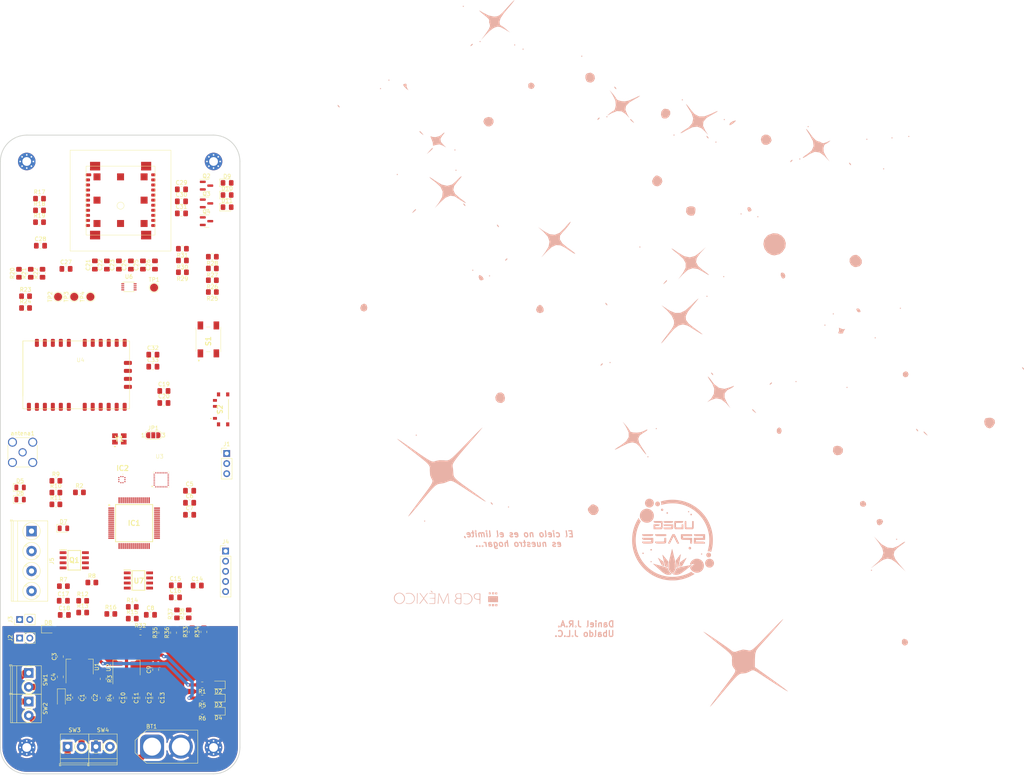
<source format=kicad_pcb>
(kicad_pcb (version 20221018) (generator pcbnew)
  (layers (0 "F.Cu" signal) (31 "B.Cu" signal) (34 "B.Paste" user) (35 "F.Paste" user) (36 "B.SilkS" user "B.Silkscreen") (37 "F.SilkS" user "F.Silkscreen") (38 "B.Mask" user) (39 "F.Mask" user) (44 "Edge.Cuts" user))
  (net 0 "")
  (net 1 "ATN")
  (net 2 "TV_GNDT")
  (net 3 "Net-(BT1-+)")
  (net 4 "GND")
  (net 5 "Net-(D1-K)")
  (net 6 "VDDIO")
  (net 7 "Net-(IC1-PH0-OSC_IN)")
  (net 8 "Net-(Y1-CRYSTAL_1)")
  (net 9 "Net-(IC1-VCAP_2)")
  (net 10 "Net-(IC1-VCAP_1)")
  (net 11 "Net-(SW2-B)")
  (net 12 "Net-(U2-ADJ)")
  (net 13 "+3.3V")
  (net 14 "RST")
  (net 15 "Net-(U3-REGOUT)")
  (net 16 "VCC-TV-3.3")
  (net 17 "3v3-ldo")
  (net 18 "Net-(U5-RX)")
  (net 19 "Net-(U5-TX)")
  (net 20 "VCCA")
  (net 21 "Net-(Q2-G)")
  (net 22 "Net-(Q3-G)")
  (net 23 "Net-(Q4-G)")
  (net 24 "Net-(D1-A)")
  (net 25 "Net-(D2-A)")
  (net 26 "Net-(D3-A)")
  (net 27 "Net-(D4-A)")
  (net 28 "Net-(D5-K)")
  (net 29 "IGN1")
  (net 30 "Net-(D6-K)")
  (net 31 "IGN2")
  (net 32 "Net-(D7-A)")
  (net 33 "Net-(D8-A)")
  (net 34 "Net-(D9-K)")
  (net 35 "Net-(D10-K)")
  (net 36 "Net-(D11-K)")
  (net 41 "Net-(IC1-PH1-OSC_OUT)")
  (net 86 "Net-(IC1-BOOT0)")
  (net 88 "SCL")
  (net 89 "SDA")
  (net 90 "Net-(IC2-SDO)")
  (net 93 "Net-(J1-Pin_2)")
  (net 94 "Net-(J2-Pin_1)")
  (net 95 "Net-(J3-Pin_1)")
  (net 96 "Net-(J4-Pin_1)")
  (net 97 "Net-(J4-Pin_2)")
  (net 98 "Net-(J4-Pin_3)")
  (net 99 "Net-(J4-Pin_4)")
  (net 100 "V-IGN")
  (net 101 "T1")
  (net 102 "T2")
  (net 103 "Net-(Q1-G1)")
  (net 104 "Net-(Q1-G2)")
  (net 105 "Net-(Q2-D)")
  (net 106 "Net-(Q3-D)")
  (net 107 "Net-(Q4-D)")
  (net 108 "+12V")
  (net 109 "Net-(U4-{slash}RX_IND)")
  (net 110 "Net-(U4-{slash}TX_IND)")
  (net 111 "RX-GNSS-3V3")
  (net 112 "TX-GNSS-1V8")
  (net 113 "CTS-GNSS-3v3")
  (net 114 "+1V8")
  (net 115 "wkp")
  (net 116 "1pps")
  (net 117 "Net-(S1-NO_1)")
  (net 118 "Net-(R33-Pad1)")
  (net 119 "ON-OFF")
  (net 120 "LD1")
  (net 121 "LD2")
  (net 122 "LD3")
  (net 123 "LD4")
  (net 124 "CS2")
  (net 129 "Net-(U5-{slash}CTS)")
  (net 130 "Net-(U6-B1)")
  (net 157 "TXD")
  (net 158 "RXT")
  (net 166 "RTS-1V8")
  (net 175 "TX-GNSS-3V3")
  (net 176 "MISO2")
  (net 178 "MOSI2")
  (net 179 "SCK2")
  (footprint "TerminalBlock_Phoenix:TerminalBlock_Phoenix_PT-1,5-4-5.0-H_1x04_P5.00mm_Horizontal" (layer "F.Cu") (at 41.8 122 -90)
    (fp_text reference "J5")
    (fp_text value "Screw_Terminal_01x04")
  )
  (footprint "Resistor_SMD:R_0805_2012Metric_Pad1.20x1.40mm_HandSolder" (layer "F.Cu") (at 74.432 147.448 90)
    (fp_text reference "R35")
    (fp_text value "330")
  )
  (footprint "MountingHole:MountingHole_2.2mm_M2_Pad_Via" (layer "F.Cu") (at 40.6 29.4)
    (fp_text reference "GNDSCREW2" hide)
    (fp_text value "Conn_01x01_Male" hide)
  )
  (footprint "LED_SMD:LED_0805_2012Metric" (layer "F.Cu") (at 88.63 163.83 180)
    (fp_text reference "D3")
    (fp_text value "LED_Small" hide)
  )
  (footprint "Capacitor_SMD:C_0805_2012Metric_Pad1.18x1.45mm_HandSolder" (layer "F.Cu") (at 60.68 55.3375 90)
    (fp_text reference "C22")
    (fp_text value "4.7uf")
  )
  (footprint "space:NX3225GA16000MSTDCRG1" (layer "F.Cu") (at 63.8 98.9)
    (fp_text reference "Y1")
    (fp_text value "NX3225GA-16.000M-STD-CRG-1" hide)
  )
  (footprint "Connector_Coaxial:SMA_Wurth_60312002114503_Vertical" (layer "F.Cu") (at 39.56 102.26)
    (fp_text reference "antena1")
    (fp_text value "Conn_Coaxial")
  )
  (footprint "Resistor_SMD:R_0805_2012Metric_Pad1.20x1.40mm_HandSolder" (layer "F.Cu") (at 47.9 112.35)
    (fp_text reference "R10")
    (fp_text value "0")
  )
  (footprint "Package_TO_SOT_SMD:SOT-223-3_TabPin2" (layer "F.Cu") (at 65.596 156.21 90)
    (fp_text reference "U2")
    (fp_text value "TLV1117-ADJ" hide)
  )
  (footprint "LED_SMD:LED_0805_2012Metric_Pad1.15x1.40mm_HandSolder" (layer "F.Cu") (at 90.8 34.76)
    (fp_text reference "D9")
    (fp_text value "LED_Small")
  )
  (footprint "Resistor_SMD:R_0805_2012Metric_Pad1.20x1.40mm_HandSolder" (layer "F.Cu") (at 41.6 57.4 90)
    (fp_text reference "R21")
    (fp_text value "1.8k")
  )
  (footprint "Capacitor_SMD:C_0805_2012Metric_Pad1.18x1.45mm_HandSolder" (layer "F.Cu") (at 63.69 55.3375 90)
    (fp_text reference "C23")
    (fp_text value "100pf")
  )
  (footprint "Capacitor_SMD:C_0805_2012Metric_Pad1.18x1.45mm_HandSolder" (layer "F.Cu") (at 50.4375 56.3)
    (fp_text reference "C27")
    (fp_text value "100nf")
  )
  (footprint "TerminalBlock_Phoenix:TerminalBlock_Phoenix_PT-1,5-2-3.5-H_1x02_P3.50mm_Horizontal" (layer "F.Cu") (at 50.84 176)
    (fp_text reference "SW3")
    (fp_text value "MAIN")
  )
  (footprint "Capacitor_SMD:C_0805_2012Metric_Pad1.18x1.45mm_HandSolder" (layer "F.Cu") (at 79.3625 36.38)
    (fp_text reference "C29")
    (fp_text value "100pf")
  )
  (footprint "Diode_SMD:D_SOD-123F" (layer "F.Cu") (at 49.276 163.7275 -90)
    (fp_text reference "D1")
    (fp_text value "1N5400" hide)
  )
  (footprint "Resistor_SMD:R_0805_2012Metric_Pad1.20x1.40mm_HandSolder" (layer "F.Cu") (at 59.754 163.782 -90)
    (fp_text reference "R4")
    (fp_text value "196" hide)
  )
  (footprint "Connector_PinHeader_2.54mm:PinHeader_1x02_P2.54mm_Vertical" (layer "F.Cu") (at 38.825 148.8 90)
    (fp_text reference "J2")
    (fp_text value "header rst")
  )
  (footprint "space:SW-WURT" (layer "F.Cu") (at 89.8 91.5 -90)
    (fp_text reference "S2")
    (fp_text value "SW-WURT" hide)
  )
  (footprint "TerminalBlock_Phoenix:TerminalBlock_Phoenix_PT-1,5-2-3.5-H_1x02_P3.50mm_Horizontal" (layer "F.Cu") (at 41.1 164.7 -90)
    (fp_text reference "SW2")
    (fp_text value "TRV-PWR")
  )
  (footprint "Capacitor_SMD:C_0805_2012Metric_Pad1.18x1.45mm_HandSolder" (layer "F.Cu") (at 72.898 156.718 90)
    (fp_text reference "C9")
    (fp_text value "100nf" hide)
  )
  (footprint "LED_SMD:LED_0805_2012Metric" (layer "F.Cu") (at 38.9375 111.06)
    (fp_text reference "D5")
    (fp_text value "LED_Small")
  )
  (footprint "LED_SMD:LED_0805_2012Metric" (layer "F.Cu") (at 88.63 160.528 180)
    (fp_text reference "D2")
    (fp_text value "LED" hide)
  )
  (footprint "Resistor_SMD:R_0805_2012Metric_Pad1.20x1.40mm_HandSolder" (layer "F.Cu") (at 69.088 147.32)
    (fp_text reference "R32")
    (fp_text value "10k")
  )
  (footprint "Resistor_SMD:R_0805_2012Metric_Pad1.20x1.40mm_HandSolder" (layer "F.Cu") (at 82.032 147.248 90)
    (fp_text reference "R33")
    (fp_text value "10k")
  )
  (footprint "LED_SMD:LED_0805_2012Metric_Pad1.15x1.40mm_HandSolder" (layer "F.Cu") (at 90.8 40.84)
    (fp_text reference "D11")
    (fp_text value "LED_Small")
  )
  (footprint "TerminalBlock_Phoenix:TerminalBlock_Phoenix_PT-1,5-2-3.5-H_1x02_P3.50mm_Horizontal" (layer "F.Cu") (at 57.94 176)
    (fp_text reference "SW4")
    (fp_text value "RST")
  )
  (footprint "Resistor_SMD:R_0805_2012Metric_Pad1.20x1.40mm_HandSolder" (layer "F.Cu") (at 61.662 142.748)
    (fp_text reference "R16")
    (fp_text value "220")
  )
  (footprint "Capacitor_SMD:C_0805_2012Metric_Pad1.18x1.45mm_HandSolder" (layer "F.Cu") (at 81.4 111.89)
    (fp_text reference "C5")
    (fp_text value "6pf")
  )
  (footprint "Capacitor_SMD:C_0805_2012Metric_Pad1.18x1.45mm_HandSolder" (layer "F.Cu") (at 66.7 55.3375 90)
    (fp_text reference "C24")
    (fp_text value "4.7uf")
  )
  (footprint "space:STM32H503RBT6" (layer "F.Cu") (at 67.5 120)
    (fp_text reference "IC1")
    (fp_text value "STM32H503RBT6" hide)
  )
  (footprint "Resistor_SMD:R_0805_2012Metric_Pad1.20x1.40mm_HandSolder" (layer "F.Cu") (at 53.8 112.3)
    (fp_text reference "R2")
    (fp_text value "50")
  )
  (footprint "Capacitor_SMD:C_0805_2012Metric_Pad1.18x1.45mm_HandSolder" (layer "F.Cu") (at 79.3625 42.4)
    (fp_text reference "C31")
    (fp_text value "100pf")
  )
  (footprint "Resistor_SMD:R_0805_2012Metric_Pad1.20x1.40mm_HandSolder" (layer "F.Cu") (at 67.04 140.97)
    (fp_text reference "R14")
    (fp_text value "220")
  )
  (footprint "space:BMP390" (layer "F.Cu") (at 64.438 109.1)
    (fp_text reference "IC2")
    (fp_text value "BMP390" hide)
  )
  (footprint "Resistor_SMD:R_0805_2012Metric_Pad1.20x1.40mm_HandSolder" (layer "F.Cu") (at 81.182 142.748 90)
    (fp_text reference "R38")
    (fp_text value "10k")
  )
  (footprint "Capacitor_SMD:C_0805_2012Metric_Pad1.18x1.45mm_HandSolder" (layer "F.Cu") (at 56.134 163.7275 -90)
    (fp_text reference "C2")
    (fp_text value "100nf" hide)
  )
  (footprint "Connector_PinHeader_2.54mm:PinHeader_1x05_P2.54mm_Vertical" (layer "F.Cu") (at 90.424 127)
    (fp_text reference "J4")
    (fp_text value "Conn_01x05_Pin")
  )
  (footprint "MountingHole:MountingHole_2.2mm_M2_Pad_Via" (layer "F.Cu") (at 87.4 176.2)
    (fp_text reference "GNDSCREW3" hide)
    (fp_text value "Conn_01x01_Male" hide)
  )
  (footprint "Resistor_SMD:R_0805_2012Metric_Pad1.20x1.40mm_HandSolder" (layer "F.Cu") (at 87.1 56.2 180)
    (fp_text reference "R27")
    (fp_text value "10k")
  )
  (footprint "space:tarvos-iii" (layer "F.Cu") (at 53.3 85)
    (fp_text reference "U4")
    (fp_text value "TARVOS_III")
  )
  (footprint "Capacitor_SMD:C_0805_2012Metric_Pad1.18x1.45mm_HandSolder" (layer "F.Cu") (at 44.0375 50.5)
    (fp_text reference "C28")
    (fp_text value "100nf")
  )
  (footprint "Resistor_SMD:R_0805_2012Metric_Pad1.20x1.40mm_HandSolder" (layer "F.Cu") (at 40.3 66.1)
    (fp_text reference "R24")
    (fp_text value "100k")
  )
  (footprint "Capacitor_SMD:C_0805_2012Metric_Pad1.18x1.45mm_HandSolder" (layer "F.Cu") (at 83.312 135.636)
    (fp_text reference "C14")
    (fp_text value "C_Small")
  )
  (footprint "Capacitor_SMD:C_0805_2012Metric_Pad1.18x1.45mm_HandSolder" (layer "F.Cu") (at 49.022 153.4375 90)
    (fp_text reference "C3")
    (fp_text value "10uf" hide)
  )
  (footprint "Connector_AMASS:AMASS_XT60-M_1x02_P7.20mm_Vertical" (layer "F.Cu") (at 72 176)
    (fp_text reference "BT1")
    (fp_text value "Battery")
  )
  (footprint "Resistor_SMD:R_0805_2012Metric_Pad1.20x1.40mm_HandSolder" (layer "F.Cu") (at 84.982 147.248 90)
    (fp_text reference "R34")
    (fp_text value "330")
  )
  (footprint "Resistor_SMD:R_0805_2012Metric_Pad1.20x1.40mm_HandSolder" (layer "F.Cu") (at 84.566 163.83)
    (fp_text reference "R5")
    (fp_text value "220" hide)
  )
  (footprint "Resistor_SMD:R_0805_2012Metric_Pad1.20x1.40mm_HandSolder" (layer "F.Cu") (at 79.6 51.25 180)
    (fp_text reference "R31")
    (fp_text value "2.2k")
  )
  (footprint "Resistor_SMD:R_0805_2012Metric_Pad1.20x1.40mm_HandSolder" (layer "F.Cu") (at 44.55 57.4 90)
    (fp_text reference "R22")
    (fp_text value "1.5k")
  )
  (footprint "space:Erinome-l" (layer "F.Cu") (at 55.465 30.565)
    (fp_text reference "U5" hide)
    (fp_text value "ERINOME-l")
  )
  (footprint "Resistor_SMD:R_0805_2012Metric_Pad1.20x1.40mm_HandSolder" (layer "F.Cu") (at 47.9 109.4)
    (fp_text reference "R9")
    (fp_text value "10k")
  )
  (footprint "Connector_PinHeader_2.54mm:PinHeader_1x02_P2.54mm_Vertical" (layer "F.Cu") (at 38.825 144.15 90)
    (fp_text reference "J3")
    (fp_text value "Conn_01x02_Pin")
  )
  (footprint "LED_SMD:LED_0805_2012Metric" (layer "F.Cu") (at 88.63 167.132 180)
    (fp_text reference "D4")
    (fp_text value "LED_Small" hide)
  )
  (footprint "Capacitor_SMD:C_0805_2012Metric_Pad1.18x1.45mm_HandSolder" (layer "F.Cu") (at 66.358 163.782 -90)
    (fp_text reference "C11")
    (fp_text value "100nf" hide)
  )
  (footprint "TestPoint:TestPoint_Pad_D2.0mm" (layer "F.Cu") (at 52.5 63.3 90)
    (fp_text reference "TP3")
    (fp_text value "1v8")
  )
  (footprint "Capacitor_SMD:C_0805_2012Metric_Pad1.18x1.45mm_HandSolder" (layer "F.Cu") (at 49.022 158.5175 -90)
    (fp_text reference "C4")
    (fp_text value "100nf" hide)
  )
  (footprint "Capacitor_SMD:C_0805_2012Metric_Pad1.18x1.45mm_HandSolder" (layer "F.Cu") (at 63.056 163.782 -90)
    (fp_text reference "C10")
    (fp_text value "100nf" hide)
  )
  (footprint "Resistor_SMD:R_0805_2012Metric_Pad1.20x1.40mm_HandSolder" (layer "F.Cu") (at 40.3 63.15)
    (fp_text reference "R23")
    (fp_text value "10k")
  )
  (footprint "LED_SMD:LED_0805_2012Metric_Pad1.15x1.40mm_HandSolder" (layer "F.Cu") (at 90.8 37.8)
    (fp_text reference "D10")
    (fp_text value "LED_Small")
  )
  (footprint "Capacitor_SMD:C_0805_2012Metric_Pad1.18x1.45mm_HandSolder" (layer "F.Cu") (at 57.67 55.3375 90)
    (fp_text reference "C21")
    (fp_text value "100pf")
  )
  (footprint "TerminalBlock_Phoenix:TerminalBlock_Phoenix_PT-1,5-2-3.5-H_1x02_P3.50mm_Horizontal" (layer "F.Cu") (at 41.1 157.536 -90)
    (fp_text reference "SW1")
    (fp_text value "MAIN")
  )
  (footprint "LED_SMD:LED_0805_2012Metric" (layer "F.Cu") (at 38.9375 114.1)
    (fp_text reference "D6")
    (fp_text value "LED_Small")
  )
  (footprint "Resistor_SMD:R_0805_2012Metric_Pad1.20x1.40mm_HandSolder" (layer "F.Cu") (at 79.6 54.2 180)
    (fp_text reference "R30")
    (fp_text value "1k")
  )
  (footprint "Resistor_SMD:R_0805_2012Metric_Pad1.20x1.40mm_HandSolder" (layer "F.Cu") (at 49.784 135.792)
    (fp_text reference "R7")
    (fp_text value "100k")
  )
  (footprint "LED_SMD:LED_0805_2012Metric" (layer "F.Cu") (at 49.8 121.3)
    (fp_text reference "D7")
    (fp_text value "LED")
  )
  (footprint "Jumper:SolderJumper-3_P1.3mm_Open_RoundedPad1.0x1.5mm_NumberLabels" (layer "F.Cu") (at 72.295 97.985)
    (fp_text reference "JP1")
    (fp_text value "Jumper_3_Open")
  )
  (footprint "Resistor_SMD:R_0805_2012Metric_Pad1.20x1.40mm_HandSolder" (layer "F.Cu") (at 87.1 62.1 180)
    (fp_text reference "R25")
    (fp_text value "2.2k")
  )
  (footprint "space:udeg-space-lema" (layer "F.Cu") (at 63.8 57.3)
    (fp_text reference "REF**" hide)
    (fp_text value "udeg-space-lema" hide)
  )
  (footprint "Capacitor_SMD:C_0805_2012Metric_Pad1.18x1.45mm_HandSolder" (layer "F.Cu") (at 52.832 163.7275 -90)
    (fp_text reference "C1")
    (fp_text value "10uf" hide)
  )
  (footprint "Capacitor_SMD:C_0805_2012Metric_Pad1.18x1.45mm_HandSolder" (layer "F.Cu") (at 71.584 142.97)
    (fp_text reference "C8")
    (fp_text value "6pf")
  )
  (footprint "Capacitor_SMD:C_0805_2012Metric_Pad1.18x1.45mm_HandSolder" (layer "F.Cu") (at 81.4 114.9)
    (fp_text reference "C6")
    (fp_text value "6pf")
  )
  (footprint "Resistor_SMD:R_0805_2012Metric_Pad1.20x1.40mm_HandSolder" (layer "F.Cu") (at 54.61 139.446)
    (fp_text reference "R12")
    (fp_text value "220")
  )
  (footprint "space:SOIC127P600X175-8M" (layer "F.Cu") (at 52.5 129.3)
    (fp_text reference "Q1")
    (fp_text value "DMN2041LSD-13" hide)
  )
  (footprint "Resistor_SMD:R_0805_2012Metric_Pad1.20x1.40mm_HandSolder" (layer "F.Cu") (at 59.754 159.02 -90)
    (fp_text reference "R3")
    (fp_text value "120" hide)
  )
  (footprint "Capacitor_SMD:C_0805_2012Metric_Pad1.18x1.45mm_HandSolder" (layer "F.Cu") (at 79.3625 39.39)
    (fp_text reference "C30")
    (fp_text value "100pf")
  )
  (footprint "MountingHole:MountingHole_2.2mm_M2_Pad_Via" (layer "F.Cu") (at 87.4 29.399999)
    (fp_text reference "GNDSCREW1" hide)
    (fp_text value "Conn_01x01_Male" hide)
  )
  (footprint "Resistor_SMD:R_0805_2012Metric_Pad1.20x1.40mm_HandSolder" (layer "F.Cu") (at 67.04 143.92)
    (fp_text reference "R15")
    (fp_text value "220")
  )
  (footprint "Package_TO_SOT_SMD:SOT-223-3_TabPin2" (layer "F.Cu") (at 53.848 155.9775 90)
    (fp_text reference "U1")
    (fp_text value "LD1117S33TR_SOT223" hide)
  )
  (footprint "Package_TO_SOT_SMD:SOT-23" (layer "F.Cu") (at 85.6375 39.9)
    (fp_text reference "Q3")
    (fp_text value "BSS138")
  )
  (footprint "Resistor_SMD:R_0805_2012Metric_Pad1.20x1.40mm_HandSolder" (layer "F.Cu") (at 43.8 41.65)
    (fp_text reference "R18")
    (fp_text value "100")
  )
  (footprint "LED_SMD:LED_0805_2012Metric" (layer "F.Cu") (at 45.974 146.558)
    (fp_text reference "D8")
    (fp_text value "LED")
  )
  (footprint "Resistor_SMD:R_0805_2012Metric_Pad1.20x1.40mm_HandSolder" (layer "F.Cu") (at 38.65 57.4 90)
    (fp_text reference "R20")
    (fp_text value "0")
  )
  (footprint "Resistor_SMD:R_0805_2012Metric_Pad1.20x1.40mm_HandSolder" (layer "F.Cu") (at 78.232 142.748 90)
    (fp_text reference "R37")
    (fp_text value "330")
  )
  (footprint "Resistor_SMD:R_0805_2012Metric_Pad1.20x1.40mm_HandSolder" (layer "F.Cu") (at 79.6 57.15 180)
    (fp_text reference "R29")
    (fp_text value "100k")
  )
  (footprint "TestPoint:TestPoint_Pad_D2.0mm" (layer "F.Cu") (at 48.45 63.3 90)
    (fp_text reference "TP2")
    (fp_text value "GND")
  )
  (footprint "Resistor_SMD:R_0805_2012Metric_Pad1.20x1.40mm_HandSolder" (layer "F.Cu") (at 87.1 53.25 180)
    (fp_text reference "R28")
    (fp_text value "100k")
  )
  (footprint "Capacitor_SMD:C_0805_2012Metric_Pad1.18x1.45mm_HandSolder" (layer "F.Cu") (at 74.9625 86.89)
    (fp_text reference "C19")
    (fp_text value "100nf")
  )
  (footprint "Capacitor_SMD:C_0805_2012Metric_Pad1.18x1.45mm_HandSolder" (layer "F.Cu") (at 72.898 163.782 -90)
    (fp_text reference "C13")
    (fp_text value "100uf" hide)
  )
  (footprint "Connector_PinHeader_2.54mm:PinHeader_1x03_P2.54mm_Vertical" (layer "F.Cu") (at 90.7 102.54)
    (fp_text reference "J1")
    (fp_text value "Conn_01x03_Pin")
  )
  (footprint "Resistor_SMD:R_0805_2012Metric_Pad1.20x1.40mm_HandSolder" (layer "F.Cu") (at 43.8 38.7)
    (fp_text reference "R17")
    (fp_text value "100")
  )
  (footprint "Resistor_SMD:R_0805_2012Metric_Pad1.20x1.40mm_HandSolder" (layer "F.Cu") (at 84.566 160.528 180)
    (fp_text reference "R1")
    (fp_text value "220" hide)
  )
  (footprint "Resistor_SMD:R_0805_2012Metric_Pad1.20x1.40mm_HandSolder" (layer "F.Cu") (at 43.8 44.6)
    (fp_text reference "R19")
    (fp_text value "10k")
  )
  (footprint "TestPoint:TestPoint_Pad_D2.0mm" (layer "F.Cu") (at 56.55 63.3 90)
    (fp_text reference "TP4")
    (fp_text value "RTS")
  )
  (footprint "Capacitor_SMD:C_0805_2012Metric_Pad1.18x1.45mm_HandSolder" (layer "F.Cu") (at 81.4 117.91)
    (fp_text reference "C7")
    (fp_text value "6pf")
  )
  (footprint "Capacitor_SMD:C_0805_2012Metric_Pad1.18x1.45mm_HandSolder" (layer "F.Cu") (at 72.72 55.3375 90)
    (fp_text reference "C26")
    (fp_text value "18pf")
  )
  (footprint "Capacitor_SMD:C_0805_2012Metric_Pad1.18x1.45mm_HandSolder" (layer "F.Cu") (at 77.8505 135.59)
    (fp_text reference "C15")
    (fp_text value ".1uf")
  )
  (footprint "TestPoint:TestPoint_Pad_D2.0mm" (layer "F.Cu") (at 72.5 61)
    (fp_text reference "TP1")
    (fp_text value "CTS")
  )
  (footprint "Resistor_SMD:R_0805_2012Metric_Pad1.20x1.40mm_HandSolder" (layer "F.Cu") (at 47.9 115.3)
    (fp_text reference "R11")
    (fp_text value "0")
  )
  (footprint "Capacitor_SMD:C_0805_2012Metric_Pad1.18x1.45mm_HandSolder" (layer "F.Cu") (at 77.8505 138.6)
    (fp_text reference "C16")
    (fp_text value ".1f")
  )
  (footprint "Capacitor_SMD:C_0805_2012Metric_Pad1.18x1.45mm_HandSolder" (layer "F.Cu") (at 69.71 55.3375 90)
    (fp_text reference "C25")
    (fp_text value "18pf")
  )
  (footprint "space:ICM-30670" (layer "F.Cu") (at 73.887 103.801)
    (fp_text reference "U3")
    (fp_text value "ICM-30670")
  )
  (footprint "Resistor_SMD:R_0805_2012Metric_Pad1.20x1.40mm_HandSolder" (layer "F.Cu") (at 77.382 147.448 90)
    (fp_text reference "R36")
    (fp_text value "330")
  )
  (footprint "space:PSB-WURT" (layer "F.Cu") (at 86.106 73.972 90)
    (fp_text reference "S1")
    (fp_text value "PSB-WURT" hide)
  )
  (footprint "Capacitor_SMD:C_0805_2012Metric_Pad1.18x1.45mm_HandSolder" (layer "F.Cu") (at 74.9625 89.9)
    (fp_text reference "C20")
    (fp_text value "100uF")
  )
  (footprint "Resistor_SMD:R_0805_2012Metric_Pad1.20x1.40mm_HandSolder" (layer "F.Cu") (at 84.566 167.132)
    (fp_text reference "R6")
    (fp_text value "420" hide)
  )
  (footprint "Resistor_SMD:R_0805_2012Metric_Pad1.20x1.40mm_HandSolder" (layer "F.Cu") (at 54.61 142.396)
    (fp_text reference "R13")
    (fp_text value "220")
  )
  (footprint "Resistor_SMD:R_0805_2012Metric_Pad1.20x1.40mm_HandSolder" (layer "F.Cu") (at 56.912 134.874)
    (fp_text reference "R8")
    (fp_text value "10k")
  )
  (footprint "Capacitor_SMD:C_0805_2012Metric_Pad1.18x1.45mm_HandSolder" (layer "F.Cu") (at 72.2 77.79)
    (fp_text reference "C32")
    (fp_text value "1uf")
  )
  (footprint "Package_TO_SOT_SMD:SOT-23" (layer "F.Cu") (at 85.6375 44.35)
    (fp_text reference "Q4")
    (fp_text value "BSS138")
  )
  (footprint "Package_SO:VSSOP-8_2.4x2.1mm_P0.5mm" (layer "F.Cu") (at 66.2 60.8)
    (fp_text reference "U6")
    (fp_text value "TXB0102DCU")
  )
  (footprint "space:udeg-space-team" (layer "F.Cu") (at 63.4 86.6)
    (fp_text reference "REF**" hide)
    (fp_text value "udeg-space-team")
  )
  (footprint "Capacitor_SMD:C_0805_2012Metric_Pad1.18x1.45mm_HandSolder" (layer "F.Cu") (at 50.0165 143.002)
    (fp_text reference "C18")
    (fp_text value "100nf")
  )
  (footprint "Capacitor_SMD:C_0805_2012Metric_Pad1.18x1.45mm_HandSolder" (layer "F.Cu") (at 72.2 80.8)
    (fp_text reference "C33")
    (fp_text value "100nF")
  )
  (footprint "Resistor_SMD:R_0805_2012Metric_Pad1.20x1.40mm_HandSolder" (layer "F.Cu") (at 87.1 59.15 180)
    (fp_text reference "R26")
    (fp_text value "10k")
  )
  (footprint "Capacitor_SMD:C_0805_2012Metric_Pad1.18x1.45mm_HandSolder" (layer "F.Cu") (at 49.7625 139.446)
    (fp_text reference "C17")
    (fp_text value ".1f")
  )
  (footprint "MountingHole:MountingHole_2.2mm_M2_Pad_Via" (layer "F.Cu") (at 40.599999 176.2)
    (fp_text reference "GNDSCREW4" hide)
    (fp_text value "Conn_01x01_Male" hide)
  )
  (footprint "Package_TO_SOT_SMD:SOT-23" (layer "F.Cu") (at 85.6375 35.45)
    (fp_text reference "Q2")
    (fp_text value "BSS138")
  )
  (footprint "space:SOIC127P600X175-8M" (layer "F.Cu") (at 68.58 134.366)
    (fp_text reference "U7")
    (fp_text value "W25Q128JVS" hide)
  )
  (footprint "Capacitor_SMD:C_0805_2012Metric_Pad1.18x1.45mm_HandSolder" (layer "F.Cu") (at 69.66 163.782 -90)
    (fp_text reference "C12")
    (fp_text value "1uf" hide)
  )
  (footprint "space:udeg-space-logo" (layer "B.Cu") (at 202.184 124.206 180)
    (fp_text reference "REF**" hide)
    (fp_text value "udeg-space-logo")
  )
  (footprint "space:cielo" (layer "B.Cu") (at 210.798715 46.94212)
    (fp_text reference "G***" hide)
    (fp_text value "LOGO" hide)
  )
  (footprint "space:pcb-mexico" (layer "B.Cu") (at 145.796 138.684 180)
    (fp_text reference "G***" hide)
    (fp_text value "LOGO" hide)
  )
  (gr_arc (start 94 176.2) (mid 92.066905 180.866905) (end 87.4 182.8) (stroke (width 0.2)) (layer "Edge.Cuts"))
  (gr_line (start 94 29.4) (end 94 176.2) (stroke (width 0.2)) (layer "Edge.Cuts"))
  (gr_line (start 40.6 22.8) (end 87.4 22.8) (stroke (width 0.2)) (layer "Edge.Cuts"))
  (gr_arc (start 40.6 182.8) (mid 35.933095 180.866905) (end 34 176.2) (stroke (width 0.2)) (layer "Edge.Cuts"))
  (gr_arc (start 34 29.4) (mid 35.933095 24.733095) (end 40.6 22.8) (stroke (width 0.2)) (layer "Edge.Cuts"))
  (gr_line (start 34 29.4) (end 34 176.2) (stroke (width 0.2)) (layer "Edge.Cuts"))
  (gr_line (start 87.4 182.8) (end 40.6 182.8) (stroke (width 0.2)) (layer "Edge.Cuts"))
  (gr_arc (start 87.4 22.8) (mid 92.066905 24.733095) (end 94 29.4) (stroke (width 0.2)) (layer "Edge.Cuts"))
  (segment (start 50.84 178.094) (end 51.562 178.816) (width 1.55) (layer "F.Cu") (net 3))
  (segment (start 51.562 178.816) (end 69.184 178.816) (width 1.55) (layer "F.Cu") (net 3))
  (segment (start 50.84 176) (end 50.84 178.094) (width 1.55) (layer "F.Cu") (net 3))
  (segment (start 69.184 178.816) (end 72 176) (width 1.55) (layer "F.Cu") (net 3))
  (segment (start 56.148 161.0575) (end 56.148 162.676) (width 0.8) (layer "F.Cu") (net 5))
  (segment (start 56.148 159.5115) (end 56.148 161.0575) (width 0.8) (layer "F.Cu") (net 5))
  (segment (start 54.356 161.0575) (end 50.546 161.0575) (width 0.8) (layer "F.Cu") (net 5))
  (segment (start 52.832 162.69) (end 52.832 162.5815) (width 0.8) (layer "F.Cu") (net 5))
  (segment (start 56.148 161.0575) (end 54.356 161.0575) (width 0.8) (layer "F.Cu") (net 5))
  (segment (start 56.148 162.676) (end 56.134 162.69) (width 0.8) (layer "F.Cu") (net 5))
  (segment (start 52.832 162.5815) (end 54.356 161.0575) (width 0.8) (layer "F.Cu") (net 5))
  (segment (start 50.546 161.0575) (end 49.276 162.3275) (width 0.8) (layer "F.Cu") (net 5))
  (segment (start 81.026 160.528) (end 83.566 160.528) (width 0.8) (layer "F.Cu") (net 6))
  (segment (start 57.3235 152.8275) (end 59.69 155.194) (width 0.8) (layer "F.Cu") (net 6))
  (segment (start 49.022 155.9775) (end 53.594 155.9775) (width 0.8) (layer "F.Cu") (net 6))
  (segment (start 49.022 154.475) (end 49.022 155.9775) (width 0.8) (layer "F.Cu") (net 6))
  (segment (start 53.848 159.1275) (end 53.848 156.2315) (width 0.8) (layer "F.Cu") (net 6))
  (segment (start 53.848 152.8275) (end 57.3235 152.8275) (width 0.8) (layer "F.Cu") (net 6))
  (segment (start 53.594 155.9775) (end 53.848 156.2315) (width 0.8) (layer "F.Cu") (net 6))
  (segment (start 53.848 156.2315) (end 53.848 152.8275) (width 0.8) (layer "F.Cu") (net 6))
  (segment (start 49.022 155.9775) (end 49.022 157.48) (width 0.8) (layer "F.Cu") (net 6))
  (via (at 81.026 160.528) (size 0.8) (drill 0.4) (layers "F.Cu" "B.Cu") (net 6))
  (via (at 59.69 155.194) (size 0.8) (drill 0.4) (layers "F.Cu" "B.Cu") (net 6))
  (segment (start 59.69 155.194) (end 75.692 155.194) (width 0.8) (layer "B.Cu") (net 6))
  (segment (start 75.692 155.194) (end 81.026 160.528) (width 0.8) (layer "B.Cu") (net 6))
  (segment (start 76.2 167.132) (end 76.2 160.02) (width 1.55) (layer "F.Cu") (net 11))
  (segment (start 74.168 169.164) (end 76.2 167.132) (width 1.55) (layer "F.Cu") (net 11))
  (segment (start 49.022 169.164) (end 50.038 169.164) (width 1.55) (layer "F.Cu") (net 11))
  (segment (start 76.2 160.02) (end 75.946 159.766) (width 1.55) (layer "F.Cu") (net 11))
  (segment (start 41.1 168.2) (end 42.064 169.164) (width 1.55) (layer "F.Cu") (net 11))
  (segment (start 75.54 159.36) (end 75.946 159.766) (width 0.9) (layer "F.Cu") (net 11))
  (segment (start 72.644 159.36) (end 75.54 159.36) (width 0.9) (layer "F.Cu") (net 11))
  (segment (start 72.898 159.106) (end 72.898 157.7555) (width 0.9) (layer "F.Cu") (net 11))
  (segment (start 72.644 159.36) (end 72.898 159.106) (width 0.9) (layer "F.Cu") (net 11))
  (segment (start 42.064 169.164) (end 49.022 169.164) (width 1.55) (layer "F.Cu") (net 11))
  (segment (start 67.896 159.36) (end 72.644 159.36) (width 0.9) (layer "F.Cu") (net 11))
  (segment (start 49.022 169.164) (end 74.168 169.164) (width 1.55) (layer "F.Cu") (net 11))
  (segment (start 63.056 161.544) (end 63.056 159.6) (width 0.8) (layer "F.Cu") (net 12))
  (segment (start 59.754 161.544) (end 59.754 160.02) (width 0.8) (layer "F.Cu") (net 12))
  (segment (start 59.754 161.544) (end 63.056 161.544) (width 0.8) (layer "F.Cu") (net 12))
  (segment (start 63.056 159.6) (end 63.296 159.36) (width 0.8) (layer "F.Cu") (net 12))
  (segment (start 63.056 162.7445) (end 63.056 161.544) (width 0.8) (layer "F.Cu") (net 12))
  (segment (start 59.754 162.782) (end 59.754 161.544) (width 0.8) (layer "F.Cu") (net 12))
  (segment (start 59.912 158.02) (end 61.214 156.718) (width 0.8) (layer "F.Cu") (net 13))
  (segment (start 65.596 159.36) (end 65.596 156.718) (width 0.8) (layer "F.Cu") (net 13))
  (segment (start 65.596 153.06) (end 74.574 153.06) (width 0.8) (layer "F.Cu") (net 13))
  (segment (start 65.596 156.718) (end 65.596 153.06) (width 0.8) (layer "F.Cu") (net 13))
  (segment (start 66.04 161.29) (end 65.596 160.846) (width 0.8) (layer "F.Cu") (net 13))
  (segment (start 66.358 161.608) (end 65.596 160.846) (width 0.8) (layer "F.Cu") (net 13))
  (segment (start 66.358 162.7445) (end 66.358 161.608) (width 0.8) (layer "F.Cu") (net 13))
  (segment (start 65.596 160.846) (end 65.596 159.36) (width 0.8) (layer "F.Cu") (net 13))
  (segment (start 59.754 158.02) (end 59.912 158.02) (width 0.8) (layer "F.Cu") (net 13))
  (segment (start 61.214 156.718) (end 65.596 156.718) (width 0.8) (layer "F.Cu") (net 13))
  (segment (start 74.574 153.06) (end 74.93 153.416) (width 0.8) (layer "F.Cu") (net 13))
  (segment (start 68.326 161.29) (end 66.04 161.29) (width 0.8) (layer "F.Cu") (net 13))
  (segment (start 71.4435 161.29) (end 68.326 161.29) (width 0.8) (layer "F.Cu") (net 13))
  (segment (start 81.28 163.83) (end 83.566 163.83) (width 0.8) (layer "F.Cu") (net 13))
  (segment (start 69.66 162.624) (end 68.326 161.29) (width 0.8) (layer "F.Cu") (net 13))
  (segment (start 72.898 162.7445) (end 71.4435 161.29) (width 0.8) (layer "F.Cu") (net 13))
  (segment (start 69.66 162.7445) (end 69.66 162.624) (width 0.8) (layer "F.Cu") (net 13))
  (via (at 74.93 153.416) (size 0.8) (drill 0.4) (layers "F.Cu" "B.Cu") (net 13))
  (via (at 81.28 163.83) (size 0.8) (drill 0.4) (layers "F.Cu" "B.Cu") (net 13))
  (segment (start 75.692 153.416) (end 82.042 159.766) (width 0.8) (layer "B.Cu") (net 13))
  (segment (start 74.93 153.416) (end 75.692 153.416) (width 0.8) (layer "B.Cu") (net 13))
  (segment (start 82.042 159.766) (end 82.042 163.068) (width 0.8) (layer "B.Cu") (net 13))
  (segment (start 82.042 163.068) (end 81.28 163.83) (width 0.8) (layer "B.Cu") (net 13))
  (segment (start 46.228 165.354) (end 46.228 163.576) (width 0.8) (layer "F.Cu") (net 24))
  (segment (start 49.276 165.1275) (end 49.276 165.862) (width 0.8) (layer "F.Cu") (net 24))
  (segment (start 47.244 166.37) (end 46.228 165.354) (width 0.8) (layer "F.Cu") (net 24))
  (segment (start 43.688 161.036) (end 45.212 162.56) (width 1.55) (layer "F.Cu") (net 24))
  (segment (start 46.228 163.576) (end 45.212 162.56) (width 0.8) (layer "F.Cu") (net 24))
  (segment (start 41.1 161.036) (end 43.688 161.036) (width 1.55) (layer "F.Cu") (net 24))
  (segment (start 48.768 166.37) (end 47.244 166.37) (width 0.8) (layer "F.Cu") (net 24))
  (segment (start 49.276 165.862) (end 48.768 166.37) (width 0.8) (layer "F.Cu") (net 24))
  (segment (start 52.832 172.212) (end 54.34 173.72) (width 1.55) (layer "F.Cu") (net 108))
  (segment (start 83.566 178.816) (end 83.566 167.132) (width 0.8) (layer "F.Cu") (net 108))
  (segment (start 47.498 172.212) (end 52.832 172.212) (width 1.55) (layer "F.Cu") (net 108))
  (segment (start 37.954 164.7) (end 41.1 164.7) (width 1.55) (layer "F.Cu") (net 108))
  (segment (start 54.34 173.72) (end 54.34 176) (width 1.55) (layer "F.Cu") (net 108))
  (segment (start 40.076 157.536) (end 37.424999 160.187001) (width 1.55) (layer "F.Cu") (net 108))
  (segment (start 47.498 178.562) (end 47.498 172.212) (width 0.8) (layer "F.Cu") (net 108))
  (segment (start 41.1 157.536) (end 40.076 157.536) (width 1.55) (layer "F.Cu") (net 108))
  (segment (start 38.862 172.212) (end 47.498 172.212) (width 1.55) (layer "F.Cu") (net 108))
  (segment (start 49.53 180.594) (end 81.788 180.594) (width 0.8) (layer "F.Cu") (net 108))
  (segment (start 37.424999 170.774999) (end 38.862 172.212) (width 1.55) (layer "F.Cu") (net 108))
  (segment (start 37.424999 160.187001) (end 37.424999 170.774999) (width 1.55) (layer "F.Cu") (net 108))
  (segment (start 81.788 180.594) (end 83.566 178.816) (width 0.8) (layer "F.Cu") (net 108))
  (segment (start 47.498 178.562) (end 49.53 180.594) (width 0.8) (layer "F.Cu") (net 108))
  (zone (net 4) (net_name "GND") (layers "F&B.Cu") (connect_pads (clearance 0.6)) (min_thickness 0.25) (fill yes (thermal_gap 0.5) (thermal_bridge_width 0.9))
    (polygon (pts (xy 94.1 145.8) (xy 94.1 183.1) (xy 93.8 183.4) (xy 34.2 183.4) (xy 34 183.2) (xy 34 145.9) (xy 34.1 145.8)))
  )
)
</source>
